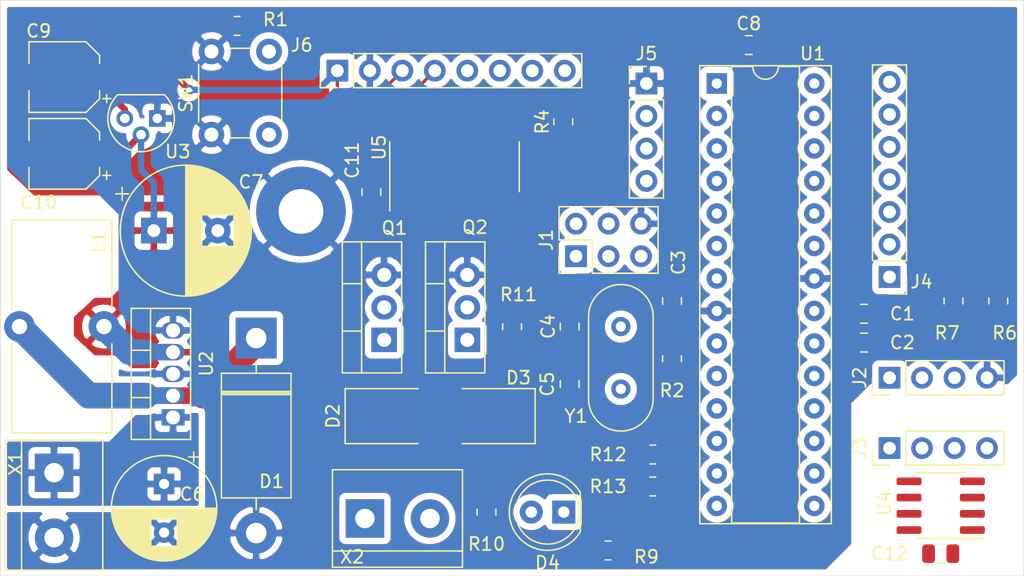
<source format=kicad_pcb>
(kicad_pcb (version 20171130) (host pcbnew "(5.1.8-0-10_14)")
  (layers (0 F.Cu signal) (31 B.Cu signal) (34 B.Paste user) (35 F.Paste user) (36 B.SilkS user) (37 F.SilkS user) (38 B.Mask user) (39 F.Mask user) (44 Edge.Cuts user))
  (net 0 "")
  (net 1 "Net-(C1-Pad1)")
  (net 2 GND)
  (net 3 VCC)
  (net 4 "Net-(C4-Pad2)")
  (net 5 "Net-(C5-Pad2)")
  (net 6 +12V)
  (net 7 NRST)
  (net 8 +3V3)
  (net 9 "Net-(D1-Pad1)")
  (net 10 "Net-(D2-Pad2)")
  (net 11 "Net-(D3-Pad2)")
  (net 12 LED)
  (net 13 "Net-(D4-Pad2)")
  (net 14 MISO)
  (net 15 SCK)
  (net 16 MOSI)
  (net 17 SCL)
  (net 18 SDA)
  (net 19 KEYPAD_C0)
  (net 20 KEYPAD_C1)
  (net 21 KEYPAD_C2)
  (net 22 KEYPAD_R0)
  (net 23 KEYPAD_R1)
  (net 24 KEYPAD_R2)
  (net 25 KEYPAD_R3)
  (net 26 RXD)
  (net 27 TXD)
  (net 28 /LCD_SCE)
  (net 29 /LCD_NRST)
  (net 30 /LCD_DC)
  (net 31 /LCD_DI)
  (net 32 /LCD_SCK)
  (net 33 /LCD_LED)
  (net 34 "Net-(Q1-Pad1)")
  (net 35 "Net-(Q2-Pad1)")
  (net 36 LCD_LED_5V)
  (net 37 OUT2)
  (net 38 OUT1)
  (net 39 LCD_SCE_5V)
  (net 40 LCD_DC_5V)
  (module Capacitor_SMD:C_0805_2012Metric (layer F.Cu) (at 167.5 104.5)
    (fp_text reference C1 (at 3 0) (layer F.SilkS))
    (fp_text value 100nF hide)
    (pad 2 smd roundrect (at 0.95 0) (size 1 1.45) (layers F.Cu F.Paste F.Mask) (net 2 GND))
    (pad 1 smd roundrect (at -0.95 0) (size 1 1.45) (layers F.Cu F.Paste F.Mask) (net 1 "Net-(C1-Pad1)"))
  )
  (module Capacitor_SMD:C_0805_2012Metric (layer F.Cu) (at 167.5 106.75)
    (fp_text reference C2 (at 3 0) (layer F.SilkS))
    (fp_text value 100nF hide)
    (pad 2 smd roundrect (at 0.95 0) (size 1 1.45) (layers F.Cu F.Paste F.Mask) (net 2 GND))
    (pad 1 smd roundrect (at -0.95 0) (size 1 1.45) (layers F.Cu F.Paste F.Mask) (net 3 VCC))
  )
  (module Capacitor_SMD:C_0805_2012Metric (layer F.Cu) (at 152.5 103.5 270)
    (fp_text reference C3 (at -3 -0.5 90) (layer F.SilkS))
    (fp_text value 100nF hide)
    (pad 1 smd roundrect (at -0.95 0 270) (size 1 1.45) (layers F.Cu F.Paste F.Mask) (net 3 VCC))
    (pad 2 smd roundrect (at 0.95 0 270) (size 1 1.45) (layers F.Cu F.Paste F.Mask) (net 2 GND))
  )
  (module Capacitor_SMD:C_0805_2012Metric (layer F.Cu) (at 144.5 105.5 90)
    (fp_text reference C4 (at 0 -1.68 90) (layer F.SilkS))
    (fp_text value 15pF hide)
    (pad 2 smd roundrect (at 0.95 0 90) (size 1 1.45) (layers F.Cu F.Paste F.Mask) (net 4 "Net-(C4-Pad2)"))
    (pad 1 smd roundrect (at -0.95 0 90) (size 1 1.45) (layers F.Cu F.Paste F.Mask) (net 2 GND))
  )
  (module Capacitor_SMD:C_0805_2012Metric (layer F.Cu) (at 144.5 110 270)
    (fp_text reference C5 (at 0 1.75 90) (layer F.SilkS))
    (fp_text value 15pF hide)
    (pad 1 smd roundrect (at -0.95 0 270) (size 1 1.45) (layers F.Cu F.Paste F.Mask) (net 2 GND))
    (pad 2 smd roundrect (at 0.95 0 270) (size 1 1.45) (layers F.Cu F.Paste F.Mask) (net 5 "Net-(C5-Pad2)"))
  )
  (module Capacitor_THT:CP_Radial_D8.0mm_P3.80mm (layer F.Cu) (at 112.8 117.8 270)
    (fp_text reference C6 (at 0.8 -2.2 180) (layer F.SilkS))
    (fp_text value 100uF hide)
    (pad 2 thru_hole circle (at 3.8 0 270) (size 1.6 1.6) (drill 0.8) (layers *.Cu *.Mask) (net 2 GND))
    (pad 1 thru_hole rect (at 0 0 270) (size 1.6 1.6) (drill 0.8) (layers *.Cu *.Mask) (net 6 +12V))
  )
  (module Capacitor_THT:CP_Radial_D10.0mm_P5.00mm (layer F.Cu) (at 112 98)
    (fp_text reference C7 (at 7.6 -3.8) (layer F.SilkS))
    (fp_text value 1000uF hide)
    (pad 2 thru_hole circle (at 5 0) (size 2 2) (drill 1) (layers *.Cu *.Mask) (net 2 GND))
    (pad 1 thru_hole rect (at 0 0) (size 2 2) (drill 1) (layers *.Cu *.Mask) (net 3 VCC))
  )
  (module Capacitor_SMD:C_0805_2012Metric (layer F.Cu) (at 158.5 83.5)
    (fp_text reference C8 (at 0 -1.68) (layer F.SilkS))
    (fp_text value 100nF hide)
    (pad 1 smd roundrect (at -0.95 0) (size 1 1.45) (layers F.Cu F.Paste F.Mask) (net 2 GND))
    (pad 2 smd roundrect (at 0.95 0) (size 1 1.45) (layers F.Cu F.Paste F.Mask) (net 7 NRST))
  )
  (module Capacitor_SMD:CP_Elec_5x5.4 (layer F.Cu) (at 105 86 180)
    (fp_text reference C9 (at 2 3.6) (layer F.SilkS))
    (fp_text value 10uF hide)
    (pad 1 smd roundrect (at -2.2 0 180) (size 3 1.6) (layers F.Cu F.Paste F.Mask) (roundrect_rratio 0.15625) (net 8 +3V3))
    (pad 2 smd roundrect (at 2.2 0 180) (size 3 1.6) (layers F.Cu F.Paste F.Mask) (roundrect_rratio 0.15625) (net 2 GND))
  )
  (module Capacitor_SMD:CP_Elec_5x5.4 (layer F.Cu) (at 105 92 180)
    (fp_text reference C10 (at 2 -3.8) (layer F.SilkS))
    (fp_text value 10uF hide)
    (pad 2 smd roundrect (at 2.2 0 180) (size 3 1.6) (layers F.Cu F.Paste F.Mask) (roundrect_rratio 0.15625) (net 2 GND))
    (pad 1 smd roundrect (at -2.2 0 180) (size 3 1.6) (layers F.Cu F.Paste F.Mask) (roundrect_rratio 0.15625) (net 3 VCC))
  )
  (module Capacitor_SMD:C_0805_2012Metric (layer F.Cu) (at 129 95 270)
    (fp_text reference C11 (at -2.5 1.5 90) (layer F.SilkS))
    (fp_text value 100nF hide)
    (pad 2 smd roundrect (at 0.95 0 270) (size 1 1.45) (layers F.Cu F.Paste F.Mask) (net 2 GND))
    (pad 1 smd roundrect (at -0.95 0 270) (size 1 1.45) (layers F.Cu F.Paste F.Mask) (net 8 +3V3))
  )
  (module Capacitor_SMD:C_0805_2012Metric (layer F.Cu) (at 173.5 123.25)
    (fp_text reference C12 (at -4 0) (layer F.SilkS))
    (fp_text value 100nF hide)
    (pad 1 smd roundrect (at -0.95 0) (size 1 1.45) (layers F.Cu F.Paste F.Mask) (net 3 VCC))
    (pad 2 smd roundrect (at 0.95 0) (size 1 1.45) (layers F.Cu F.Paste F.Mask) (net 2 GND))
  )
  (module Diode_THT:D_DO-201AD_P15.24mm_Horizontal (layer F.Cu) (at 120 106.4 270)
    (fp_text reference D1 (at 11.2 -1.2 180) (layer F.SilkS))
    (fp_text value 1N5820 hide)
    (pad 2 thru_hole oval (at 15.24 0 270) (size 3.2 3.2) (drill 1.6) (layers *.Cu *.Mask) (net 2 GND))
    (pad 1 thru_hole rect (at 0 0 270) (size 3.2 3.2) (drill 1.6) (layers *.Cu *.Mask) (net 9 "Net-(D1-Pad1)"))
  )
  (module Diode_SMD:D_SMB (layer F.Cu) (at 130.5 112.5)
    (fp_text reference D2 (at -4.5 0 90) (layer F.SilkS))
    (fp_text value SS210 hide)
    (pad 2 smd rect (at 2.15 0) (size 2.5 2.3) (layers F.Cu F.Paste F.Mask) (net 10 "Net-(D2-Pad2)"))
    (pad 1 smd rect (at -2.15 0) (size 2.5 2.3) (layers F.Cu F.Paste F.Mask) (net 6 +12V))
  )
  (module Diode_SMD:D_SMB (layer F.Cu) (at 138.25 112.5 180)
    (fp_text reference D3 (at -2.25 3) (layer F.SilkS))
    (fp_text value SS210 hide)
    (pad 1 smd rect (at -2.15 0 180) (size 2.5 2.3) (layers F.Cu F.Paste F.Mask) (net 6 +12V))
    (pad 2 smd rect (at 2.15 0 180) (size 2.5 2.3) (layers F.Cu F.Paste F.Mask) (net 11 "Net-(D3-Pad2)"))
  )
  (module LED_THT:LED_D5.0mm (layer F.Cu) (at 144.04 120 180)
    (fp_text reference D4 (at 1.27 -3.96) (layer F.SilkS))
    (fp_text value LED hide)
    (pad 2 thru_hole circle (at 2.54 0 180) (size 1.8 1.8) (drill 0.9) (layers *.Cu *.Mask) (net 13 "Net-(D4-Pad2)"))
    (pad 1 thru_hole rect (at 0 0 180) (size 1.8 1.8) (drill 0.9) (layers *.Cu *.Mask) (net 12 LED))
  )
  (module MountingHole:MountingHole_3.5mm_Pad (layer F.Cu) (at 123.5 96.5)
    (fp_text reference H1 hide)
    (fp_text value MountingHole_Pad hide)
    (pad 1 thru_hole circle (at 0 0) (size 7 7) (drill 3.5) (layers *.Cu *.Mask) (net 2 GND))
  )
  (module Connector_PinHeader_2.54mm:PinHeader_2x03_P2.54mm_Vertical (layer F.Cu) (at 145 100 90)
    (fp_text reference J1 (at 1.27 -2.33 90) (layer F.SilkS))
    (fp_text value AVR-ISP-6 hide)
    (pad 6 thru_hole oval (at 2.54 5.08 90) (size 1.7 1.7) (drill 1) (layers *.Cu *.Mask) (net 2 GND))
    (pad 5 thru_hole oval (at 0 5.08 90) (size 1.7 1.7) (drill 1) (layers *.Cu *.Mask) (net 7 NRST))
    (pad 4 thru_hole oval (at 2.54 2.54 90) (size 1.7 1.7) (drill 1) (layers *.Cu *.Mask) (net 16 MOSI))
    (pad 3 thru_hole oval (at 0 2.54 90) (size 1.7 1.7) (drill 1) (layers *.Cu *.Mask) (net 15 SCK))
    (pad 2 thru_hole oval (at 2.54 0 90) (size 1.7 1.7) (drill 1) (layers *.Cu *.Mask) (net 3 VCC))
    (pad 1 thru_hole rect (at 0 0 90) (size 1.7 1.7) (drill 1) (layers *.Cu *.Mask) (net 14 MISO))
  )
  (module Connector_PinHeader_2.54mm:PinHeader_1x04_P2.54mm_Vertical (layer F.Cu) (at 169.5 109.5 90)
    (fp_text reference J2 (at 0 -2.33 90) (layer F.SilkS))
    (fp_text value Conn_01x04 hide)
    (pad 1 thru_hole rect (at 0 0 90) (size 1.7 1.7) (drill 1) (layers *.Cu *.Mask) (net 3 VCC))
    (pad 2 thru_hole oval (at 0 2.54 90) (size 1.7 1.7) (drill 1) (layers *.Cu *.Mask) (net 18 SDA))
    (pad 3 thru_hole oval (at 0 5.08 90) (size 1.7 1.7) (drill 1) (layers *.Cu *.Mask) (net 17 SCL))
    (pad 4 thru_hole oval (at 0 7.62 90) (size 1.7 1.7) (drill 1) (layers *.Cu *.Mask) (net 2 GND))
  )
  (module Connector_PinHeader_2.54mm:PinHeader_1x04_P2.54mm_Vertical (layer F.Cu) (at 169.5 115 90)
    (fp_text reference J3 (at 0 -2.33 90) (layer F.SilkS))
    (fp_text value Conn_01x04 hide)
    (pad 4 thru_hole oval (at 0 7.62 90) (size 1.7 1.7) (drill 1) (layers *.Cu *.Mask) (net 2 GND))
    (pad 3 thru_hole oval (at 0 5.08 90) (size 1.7 1.7) (drill 1) (layers *.Cu *.Mask) (net 17 SCL))
    (pad 2 thru_hole oval (at 0 2.54 90) (size 1.7 1.7) (drill 1) (layers *.Cu *.Mask) (net 18 SDA))
    (pad 1 thru_hole rect (at 0 0 90) (size 1.7 1.7) (drill 1) (layers *.Cu *.Mask) (net 3 VCC))
  )
  (module Connector_PinHeader_2.54mm:PinHeader_1x07_P2.54mm_Vertical (layer F.Cu) (at 169.5 101.62 180)
    (fp_text reference J4 (at -2.5 -0.38) (layer F.SilkS))
    (fp_text value Conn_01x07 hide)
    (pad 7 thru_hole oval (at 0 15.24 180) (size 1.7 1.7) (drill 1) (layers *.Cu *.Mask) (net 25 KEYPAD_R3))
    (pad 6 thru_hole oval (at 0 12.7 180) (size 1.7 1.7) (drill 1) (layers *.Cu *.Mask) (net 24 KEYPAD_R2))
    (pad 5 thru_hole oval (at 0 10.16 180) (size 1.7 1.7) (drill 1) (layers *.Cu *.Mask) (net 23 KEYPAD_R1))
    (pad 4 thru_hole oval (at 0 7.62 180) (size 1.7 1.7) (drill 1) (layers *.Cu *.Mask) (net 22 KEYPAD_R0))
    (pad 3 thru_hole oval (at 0 5.08 180) (size 1.7 1.7) (drill 1) (layers *.Cu *.Mask) (net 21 KEYPAD_C2))
    (pad 2 thru_hole oval (at 0 2.54 180) (size 1.7 1.7) (drill 1) (layers *.Cu *.Mask) (net 20 KEYPAD_C1))
    (pad 1 thru_hole rect (at 0 0 180) (size 1.7 1.7) (drill 1) (layers *.Cu *.Mask) (net 19 KEYPAD_C0))
  )
  (module Connector_PinHeader_2.54mm:PinHeader_1x04_P2.54mm_Vertical (layer F.Cu) (at 150.5 86.5)
    (fp_text reference J5 (at 0 -2.33) (layer F.SilkS))
    (fp_text value Conn_01x04 hide)
    (pad 4 thru_hole oval (at 0 7.62) (size 1.7 1.7) (drill 1) (layers *.Cu *.Mask) (net 3 VCC))
    (pad 3 thru_hole oval (at 0 5.08) (size 1.7 1.7) (drill 1) (layers *.Cu *.Mask) (net 27 TXD))
    (pad 2 thru_hole oval (at 0 2.54) (size 1.7 1.7) (drill 1) (layers *.Cu *.Mask) (net 26 RXD))
    (pad 1 thru_hole rect (at 0 0) (size 1.7 1.7) (drill 1) (layers *.Cu *.Mask) (net 2 GND))
  )
  (module Connector_PinHeader_2.54mm:PinHeader_1x08_P2.54mm_Vertical (layer F.Cu) (at 126.34 85.5 90)
    (fp_text reference J6 (at 2 -2.78 180) (layer F.SilkS))
    (fp_text value Conn_01x08 hide)
    (pad 8 thru_hole oval (at 0 17.78 90) (size 1.7 1.7) (drill 1) (layers *.Cu *.Mask) (net 33 /LCD_LED))
    (pad 7 thru_hole oval (at 0 15.24 90) (size 1.7 1.7) (drill 1) (layers *.Cu *.Mask) (net 32 /LCD_SCK))
    (pad 6 thru_hole oval (at 0 12.7 90) (size 1.7 1.7) (drill 1) (layers *.Cu *.Mask) (net 31 /LCD_DI))
    (pad 5 thru_hole oval (at 0 10.16 90) (size 1.7 1.7) (drill 1) (layers *.Cu *.Mask) (net 30 /LCD_DC))
    (pad 4 thru_hole oval (at 0 7.62 90) (size 1.7 1.7) (drill 1) (layers *.Cu *.Mask) (net 29 /LCD_NRST))
    (pad 3 thru_hole oval (at 0 5.08 90) (size 1.7 1.7) (drill 1) (layers *.Cu *.Mask) (net 28 /LCD_SCE))
    (pad 2 thru_hole oval (at 0 2.54 90) (size 1.7 1.7) (drill 1) (layers *.Cu *.Mask) (net 2 GND))
    (pad 1 thru_hole rect (at 0 0 90) (size 1.7 1.7) (drill 1) (layers *.Cu *.Mask) (net 8 +3V3))
  )
  (module Inductor_THT:L_Toroid_Vertical_L16.4mm_W7.6mm_P6.60mm_Vishay_TJ3 (layer F.Cu) (at 101.5 105.5 90)
    (fp_text reference L1 (at 6.6 6.2 90) (layer F.SilkS))
    (fp_text value 100uH hide)
    (pad 2 thru_hole circle (at 0 6.6 90) (size 2.4 2.4) (drill 1.2) (layers *.Cu *.Mask) (net 3 VCC))
    (pad 1 thru_hole circle (at 0 0 90) (size 2.4 2.4) (drill 1.2) (layers *.Cu *.Mask) (net 9 "Net-(D1-Pad1)"))
  )
  (module Package_TO_SOT_THT:TO-220-3_Vertical (layer F.Cu) (at 130 106.54 90)
    (fp_text reference Q1 (at 8.74 0.8 180) (layer F.SilkS))
    (fp_text value IRLZ34N hide)
    (pad 1 thru_hole rect (at 0 0 90) (size 1.905 2) (drill 1.1) (layers *.Cu *.Mask) (net 34 "Net-(Q1-Pad1)"))
    (pad 2 thru_hole oval (at 2.54 0 90) (size 1.905 2) (drill 1.1) (layers *.Cu *.Mask) (net 10 "Net-(D2-Pad2)"))
    (pad 3 thru_hole oval (at 5.08 0 90) (size 1.905 2) (drill 1.1) (layers *.Cu *.Mask) (net 2 GND))
  )
  (module Package_TO_SOT_THT:TO-220-3_Vertical (layer F.Cu) (at 136.5 106.54 90)
    (fp_text reference Q2 (at 8.8 0.6 180) (layer F.SilkS))
    (fp_text value IRLZ34N hide)
    (pad 3 thru_hole oval (at 5.08 0 90) (size 1.905 2) (drill 1.1) (layers *.Cu *.Mask) (net 2 GND))
    (pad 2 thru_hole oval (at 2.54 0 90) (size 1.905 2) (drill 1.1) (layers *.Cu *.Mask) (net 11 "Net-(D3-Pad2)"))
    (pad 1 thru_hole rect (at 0 0 90) (size 1.905 2) (drill 1.1) (layers *.Cu *.Mask) (net 35 "Net-(Q2-Pad1)"))
  )
  (module Resistor_SMD:R_0805_2012Metric (layer F.Cu) (at 118.5 82)
    (fp_text reference R1 (at 3 -0.5) (layer F.SilkS))
    (fp_text value 1M hide)
    (pad 1 smd roundrect (at -0.9125 0) (size 1.025 1.4) (layers F.Cu F.Paste F.Mask) (roundrect_rratio 0.243902) (net 3 VCC))
    (pad 2 smd roundrect (at 0.9125 0) (size 1.025 1.4) (layers F.Cu F.Paste F.Mask) (roundrect_rratio 0.243902) (net 7 NRST))
  )
  (module Resistor_SMD:R_0805_2012Metric (layer F.Cu) (at 152.5 108 270)
    (fp_text reference R2 (at 2.5 0 180) (layer F.SilkS))
    (fp_text value 1M hide)
    (pad 1 smd roundrect (at -0.9125 0 270) (size 1.025 1.4) (layers F.Cu F.Paste F.Mask) (roundrect_rratio 0.243902) (net 4 "Net-(C4-Pad2)"))
    (pad 2 smd roundrect (at 0.9125 0 270) (size 1.025 1.4) (layers F.Cu F.Paste F.Mask) (roundrect_rratio 0.243902) (net 5 "Net-(C5-Pad2)"))
  )
  (module Resistor_SMD:R_0805_2012Metric (layer F.Cu) (at 144 89.5 90)
    (fp_text reference R4 (at 0 -1.65 90) (layer F.SilkS))
    (fp_text value 330R hide)
    (pad 1 smd roundrect (at -0.9125 0 90) (size 1.025 1.4) (layers F.Cu F.Paste F.Mask) (roundrect_rratio 0.243902) (net 36 LCD_LED_5V))
    (pad 2 smd roundrect (at 0.9125 0 90) (size 1.025 1.4) (layers F.Cu F.Paste F.Mask) (roundrect_rratio 0.243902) (net 33 /LCD_LED))
  )
  (module Resistor_SMD:R_0805_2012Metric (layer F.Cu) (at 178 103.5 90)
    (fp_text reference R6 (at -2.5 0.5 180) (layer F.SilkS))
    (fp_text value 4k7 hide)
    (pad 1 smd roundrect (at -0.9125 0 90) (size 1.025 1.4) (layers F.Cu F.Paste F.Mask) (roundrect_rratio 0.243902) (net 3 VCC))
    (pad 2 smd roundrect (at 0.9125 0 90) (size 1.025 1.4) (layers F.Cu F.Paste F.Mask) (roundrect_rratio 0.243902) (net 17 SCL))
  )
  (module Resistor_SMD:R_0805_2012Metric (layer F.Cu) (at 174.5 103.5 90)
    (fp_text reference R7 (at -2.5 -0.5 180) (layer F.SilkS))
    (fp_text value 4k7 hide)
    (pad 2 smd roundrect (at 0.9125 0 90) (size 1.025 1.4) (layers F.Cu F.Paste F.Mask) (roundrect_rratio 0.243902) (net 18 SDA))
    (pad 1 smd roundrect (at -0.9125 0 90) (size 1.025 1.4) (layers F.Cu F.Paste F.Mask) (roundrect_rratio 0.243902) (net 3 VCC))
  )
  (module Resistor_SMD:R_0805_2012Metric (layer F.Cu) (at 147.5 123)
    (fp_text reference R9 (at 3 0.5) (layer F.SilkS))
    (fp_text value 330R hide)
    (pad 2 smd roundrect (at 0.9125 0) (size 1.025 1.4) (layers F.Cu F.Paste F.Mask) (roundrect_rratio 0.243902) (net 3 VCC))
    (pad 1 smd roundrect (at -0.9125 0) (size 1.025 1.4) (layers F.Cu F.Paste F.Mask) (roundrect_rratio 0.243902) (net 13 "Net-(D4-Pad2)"))
  )
  (module Resistor_SMD:R_0805_2012Metric (layer F.Cu) (at 138 120 270)
    (fp_text reference R10 (at 2.5 0 180) (layer F.SilkS))
    (fp_text value 10k hide)
    (pad 2 smd roundrect (at 0.9125 0 270) (size 1.025 1.4) (layers F.Cu F.Paste F.Mask) (roundrect_rratio 0.243902) (net 2 GND))
    (pad 1 smd roundrect (at -0.9125 0 270) (size 1.025 1.4) (layers F.Cu F.Paste F.Mask) (roundrect_rratio 0.243902) (net 34 "Net-(Q1-Pad1)"))
  )
  (module Resistor_SMD:R_0805_2012Metric (layer F.Cu) (at 140 105.5 90)
    (fp_text reference R11 (at 2.5 0.5 180) (layer F.SilkS))
    (fp_text value 10k hide)
    (pad 1 smd roundrect (at -0.9125 0 90) (size 1.025 1.4) (layers F.Cu F.Paste F.Mask) (roundrect_rratio 0.243902) (net 35 "Net-(Q2-Pad1)"))
    (pad 2 smd roundrect (at 0.9125 0 90) (size 1.025 1.4) (layers F.Cu F.Paste F.Mask) (roundrect_rratio 0.243902) (net 2 GND))
  )
  (module Resistor_SMD:R_0805_2012Metric (layer F.Cu) (at 151 115.5)
    (fp_text reference R12 (at -3.5 0) (layer F.SilkS))
    (fp_text value 330R hide)
    (pad 2 smd roundrect (at 0.9125 0) (size 1.025 1.4) (layers F.Cu F.Paste F.Mask) (roundrect_rratio 0.243902) (net 37 OUT2))
    (pad 1 smd roundrect (at -0.9125 0) (size 1.025 1.4) (layers F.Cu F.Paste F.Mask) (roundrect_rratio 0.243902) (net 35 "Net-(Q2-Pad1)"))
  )
  (module Resistor_SMD:R_0805_2012Metric (layer F.Cu) (at 151 118)
    (fp_text reference R13 (at -3.5 0) (layer F.SilkS))
    (fp_text value 330R hide)
    (pad 2 smd roundrect (at 0.9125 0) (size 1.025 1.4) (layers F.Cu F.Paste F.Mask) (roundrect_rratio 0.243902) (net 38 OUT1))
    (pad 1 smd roundrect (at -0.9125 0) (size 1.025 1.4) (layers F.Cu F.Paste F.Mask) (roundrect_rratio 0.243902) (net 34 "Net-(Q1-Pad1)"))
  )
  (module Button_Switch_THT:SW_PUSH_6mm (layer F.Cu) (at 116.5 90.5 90)
    (fp_text reference SW1 (at 3.25 -2 90) (layer F.SilkS))
    (fp_text value RESET)
    (pad 1 thru_hole circle (at 6.5 0 180) (size 2 2) (drill 1.1) (layers *.Cu *.Mask) (net 2 GND))
    (pad 2 thru_hole circle (at 6.5 4.5 180) (size 2 2) (drill 1.1) (layers *.Cu *.Mask) (net 7 NRST))
    (pad 1 thru_hole circle (at 0 0 180) (size 2 2) (drill 1.1) (layers *.Cu *.Mask) (net 2 GND))
    (pad 2 thru_hole circle (at 0 4.5 180) (size 2 2) (drill 1.1) (layers *.Cu *.Mask) (net 7 NRST))
  )
  (module Package_DIP:DIP-28_W7.62mm_Socket (layer F.Cu) (at 156 86.5)
    (fp_text reference U1 (at 7.5 -2.33) (layer F.SilkS))
    (fp_text value ATmega328P-PU hide)
    (pad 28 thru_hole oval (at 7.62 0) (size 1.6 1.6) (drill 0.8) (layers *.Cu *.Mask) (net 17 SCL))
    (pad 14 thru_hole oval (at 0 33.02) (size 1.6 1.6) (drill 0.8) (layers *.Cu *.Mask) (net 38 OUT1))
    (pad 27 thru_hole oval (at 7.62 2.54) (size 1.6 1.6) (drill 0.8) (layers *.Cu *.Mask) (net 18 SDA))
    (pad 13 thru_hole oval (at 0 30.48) (size 1.6 1.6) (drill 0.8) (layers *.Cu *.Mask) (net 20 KEYPAD_C1))
    (pad 26 thru_hole oval (at 7.62 5.08) (size 1.6 1.6) (drill 0.8) (layers *.Cu *.Mask) (net 25 KEYPAD_R3))
    (pad 12 thru_hole oval (at 0 27.94) (size 1.6 1.6) (drill 0.8) (layers *.Cu *.Mask) (net 12 LED))
    (pad 25 thru_hole oval (at 7.62 7.62) (size 1.6 1.6) (drill 0.8) (layers *.Cu *.Mask) (net 24 KEYPAD_R2))
    (pad 11 thru_hole oval (at 0 25.4) (size 1.6 1.6) (drill 0.8) (layers *.Cu *.Mask) (net 36 LCD_LED_5V))
    (pad 24 thru_hole oval (at 7.62 10.16) (size 1.6 1.6) (drill 0.8) (layers *.Cu *.Mask) (net 23 KEYPAD_R1))
    (pad 10 thru_hole oval (at 0 22.86) (size 1.6 1.6) (drill 0.8) (layers *.Cu *.Mask) (net 5 "Net-(C5-Pad2)"))
    (pad 23 thru_hole oval (at 7.62 12.7) (size 1.6 1.6) (drill 0.8) (layers *.Cu *.Mask) (net 22 KEYPAD_R0))
    (pad 9 thru_hole oval (at 0 20.32) (size 1.6 1.6) (drill 0.8) (layers *.Cu *.Mask) (net 4 "Net-(C4-Pad2)"))
    (pad 22 thru_hole oval (at 7.62 15.24) (size 1.6 1.6) (drill 0.8) (layers *.Cu *.Mask) (net 2 GND))
    (pad 8 thru_hole oval (at 0 17.78) (size 1.6 1.6) (drill 0.8) (layers *.Cu *.Mask) (net 2 GND))
    (pad 21 thru_hole oval (at 7.62 17.78) (size 1.6 1.6) (drill 0.8) (layers *.Cu *.Mask) (net 1 "Net-(C1-Pad1)"))
    (pad 7 thru_hole oval (at 0 15.24) (size 1.6 1.6) (drill 0.8) (layers *.Cu *.Mask) (net 3 VCC))
    (pad 20 thru_hole oval (at 7.62 20.32) (size 1.6 1.6) (drill 0.8) (layers *.Cu *.Mask) (net 3 VCC))
    (pad 6 thru_hole oval (at 0 12.7) (size 1.6 1.6) (drill 0.8) (layers *.Cu *.Mask) (net 37 OUT2))
    (pad 19 thru_hole oval (at 7.62 22.86) (size 1.6 1.6) (drill 0.8) (layers *.Cu *.Mask) (net 15 SCK))
    (pad 5 thru_hole oval (at 0 10.16) (size 1.6 1.6) (drill 0.8) (layers *.Cu *.Mask) (net 21 KEYPAD_C2))
    (pad 18 thru_hole oval (at 7.62 25.4) (size 1.6 1.6) (drill 0.8) (layers *.Cu *.Mask) (net 14 MISO))
    (pad 4 thru_hole oval (at 0 7.62) (size 1.6 1.6) (drill 0.8) (layers *.Cu *.Mask) (net 40 LCD_DC_5V))
    (pad 17 thru_hole oval (at 7.62 27.94) (size 1.6 1.6) (drill 0.8) (layers *.Cu *.Mask) (net 16 MOSI))
    (pad 3 thru_hole oval (at 0 5.08) (size 1.6 1.6) (drill 0.8) (layers *.Cu *.Mask) (net 27 TXD))
    (pad 16 thru_hole oval (at 7.62 30.48) (size 1.6 1.6) (drill 0.8) (layers *.Cu *.Mask) (net 39 LCD_SCE_5V))
    (pad 2 thru_hole oval (at 0 2.54) (size 1.6 1.6) (drill 0.8) (layers *.Cu *.Mask) (net 26 RXD))
    (pad 15 thru_hole oval (at 7.62 33.02) (size 1.6 1.6) (drill 0.8) (layers *.Cu *.Mask) (net 19 KEYPAD_C0))
    (pad 1 thru_hole rect (at 0 0) (size 1.6 1.6) (drill 0.8) (layers *.Cu *.Mask) (net 7 NRST))
  )
  (module Package_TO_SOT_THT:TO-220-5_Vertical (layer F.Cu) (at 113.5 112.6 90)
    (fp_text reference U2 (at 4.2 2.6 90) (layer F.SilkS))
    (fp_text value LM2576HVT-5 hide)
    (pad 5 thru_hole oval (at 6.8 0 90) (size 1.275 1.8) (drill 1.1) (layers *.Cu *.Mask) (net 2 GND))
    (pad 4 thru_hole oval (at 5.1 0 90) (size 1.275 1.8) (drill 1.1) (layers *.Cu *.Mask) (net 3 VCC))
    (pad 3 thru_hole oval (at 3.4 0 90) (size 1.275 1.8) (drill 1.1) (layers *.Cu *.Mask) (net 2 GND))
    (pad 2 thru_hole oval (at 1.7 0 90) (size 1.275 1.8) (drill 1.1) (layers *.Cu *.Mask) (net 9 "Net-(D1-Pad1)"))
    (pad 1 thru_hole rect (at 0 0 90) (size 1.275 1.8) (drill 1.1) (layers *.Cu *.Mask) (net 6 +12V))
  )
  (module Package_TO_SOT_THT:TO-92 (layer F.Cu) (at 112.27 89.23 180)
    (fp_text reference U3 (at -1.6 -2.6) (layer F.SilkS))
    (fp_text value HT7533 hide)
    (pad 1 thru_hole rect (at 0 0 180) (size 1.3 1.3) (drill 0.75) (layers *.Cu *.Mask) (net 2 GND))
    (pad 3 thru_hole circle (at 2.54 0 180) (size 1.3 1.3) (drill 0.75) (layers *.Cu *.Mask) (net 8 +3V3))
    (pad 2 thru_hole circle (at 1.27 -1.27 180) (size 1.3 1.3) (drill 0.75) (layers *.Cu *.Mask) (net 3 VCC))
  )
  (module Package_SO:SOIC-8_3.9x4.9mm_P1.27mm (layer F.Cu) (at 173.5 119.5 180)
    (fp_text reference U4 (at 4.4 0.2 90) (layer F.SilkS))
    (fp_text value LM75C hide)
    (pad 8 smd roundrect (at 2.475 -1.905 180) (size 1.95 0.6) (layers F.Cu F.Paste F.Mask) (net 3 VCC))
    (pad 7 smd roundrect (at 2.475 -0.635 180) (size 1.95 0.6) (layers F.Cu F.Paste F.Mask) (net 3 VCC))
    (pad 6 smd roundrect (at 2.475 0.635 180) (size 1.95 0.6) (layers F.Cu F.Paste F.Mask) (net 3 VCC))
    (pad 5 smd roundrect (at 2.475 1.905 180) (size 1.95 0.6) (layers F.Cu F.Paste F.Mask) (net 3 VCC))
    (pad 4 smd roundrect (at -2.475 1.905 180) (size 1.95 0.6) (layers F.Cu F.Paste F.Mask) (net 2 GND))
    (pad 3 smd roundrect (at -2.475 0.635 180) (size 1.95 0.6) (layers F.Cu F.Paste F.Mask))
    (pad 2 smd roundrect (at -2.475 -0.635 180) (size 1.95 0.6) (layers F.Cu F.Paste F.Mask) (net 17 SCL))
    (pad 1 smd roundrect (at -2.475 -1.905 180) (size 1.95 0.6) (layers F.Cu F.Paste F.Mask) (net 18 SDA))
  )
  (module Package_SO:SOIC-16_3.9x9.9mm_P1.27mm (layer F.Cu) (at 135.5 93 90)
    (fp_text reference U5 (at 1.5 -5.9 90) (layer F.SilkS))
    (fp_text value 4050 hide)
    (pad 16 smd roundrect (at 2.475 -4.445 90) (size 1.95 0.6) (layers F.Cu F.Paste F.Mask))
    (pad 15 smd roundrect (at 2.475 -3.175 90) (size 1.95 0.6) (layers F.Cu F.Paste F.Mask) (net 30 /LCD_DC))
    (pad 14 smd roundrect (at 2.475 -1.905 90) (size 1.95 0.6) (layers F.Cu F.Paste F.Mask) (net 40 LCD_DC_5V))
    (pad 13 smd roundrect (at 2.475 -0.635 90) (size 1.95 0.6) (layers F.Cu F.Paste F.Mask))
    (pad 12 smd roundrect (at 2.475 0.635 90) (size 1.95 0.6) (layers F.Cu F.Paste F.Mask) (net 31 /LCD_DI))
    (pad 11 smd roundrect (at 2.475 1.905 90) (size 1.95 0.6) (layers F.Cu F.Paste F.Mask) (net 16 MOSI))
    (pad 10 smd roundrect (at 2.475 3.175 90) (size 1.95 0.6) (layers F.Cu F.Paste F.Mask) (net 32 /LCD_SCK))
    (pad 9 smd roundrect (at 2.475 4.445 90) (size 1.95 0.6) (layers F.Cu F.Paste F.Mask) (net 15 SCK))
    (pad 8 smd roundrect (at -2.475 4.445 90) (size 1.95 0.6) (layers F.Cu F.Paste F.Mask) (net 2 GND))
    (pad 7 smd roundrect (at -2.475 3.175 90) (size 1.95 0.6) (layers F.Cu F.Paste F.Mask) (net 2 GND))
    (pad 6 smd roundrect (at -2.475 1.905 90) (size 1.95 0.6) (layers F.Cu F.Paste F.Mask))
    (pad 5 smd roundrect (at -2.475 0.635 90) (size 1.95 0.6) (layers F.Cu F.Paste F.Mask) (net 7 NRST))
    (pad 4 smd roundrect (at -2.475 -0.635 90) (size 1.95 0.6) (layers F.Cu F.Paste F.Mask) (net 29 /LCD_NRST))
    (pad 3 smd roundrect (at -2.475 -1.905 90) (size 1.95 0.6) (layers F.Cu F.Paste F.Mask) (net 39 LCD_SCE_5V))
    (pad 2 smd roundrect (at -2.475 -3.175 90) (size 1.95 0.6) (layers F.Cu F.Paste F.Mask) (net 28 /LCD_SCE))
    (pad 1 smd roundrect (at -2.475 -4.445 90) (size 1.95 0.6) (layers F.Cu F.Paste F.Mask) (net 8 +3V3))
  )
  (module TerminalBlock:TerminalBlock_bornier-2_P5.08mm (layer F.Cu) (at 104.2 116.92 270)
    (fp_text reference X1 (at -0.72 3 90) (layer F.SilkS))
    (fp_text value Screw_Terminal_01x02 hide)
    (pad 1 thru_hole rect (at 0 0 270) (size 3 3) (drill 1.52) (layers *.Cu *.Mask) (net 6 +12V))
    (pad 2 thru_hole circle (at 5.08 0 270) (size 3 3) (drill 1.52) (layers *.Cu *.Mask) (net 2 GND))
  )
  (module TerminalBlock:TerminalBlock_bornier-2_P5.08mm (layer F.Cu) (at 128.5 120.5)
    (fp_text reference X2 (at -1 3) (layer F.SilkS))
    (fp_text value Screw_Terminal_01x02 hide)
    (pad 2 thru_hole circle (at 5.08 0) (size 3 3) (drill 1.52) (layers *.Cu *.Mask) (net 11 "Net-(D3-Pad2)"))
    (pad 1 thru_hole rect (at 0 0) (size 3 3) (drill 1.52) (layers *.Cu *.Mask) (net 10 "Net-(D2-Pad2)"))
  )
  (module Crystal:Crystal_HC49-4H_Vertical (layer F.Cu) (at 148.5 105.5 270)
    (fp_text reference Y1 (at 7 3.5 180) (layer F.SilkS))
    (fp_text value 20MHz hide)
    (pad 2 thru_hole circle (at 4.88 0 270) (size 1.5 1.5) (drill 0.8) (layers *.Cu *.Mask) (net 5 "Net-(C5-Pad2)"))
    (pad 1 thru_hole circle (at 0 0 270) (size 1.5 1.5) (drill 0.8) (layers *.Cu *.Mask) (net 4 "Net-(C4-Pad2)"))
  )
  (gr_line (start 100 80) (end 100 125) (layer Edge.Cuts) (width 0.05))
  (gr_line (start 180 80) (end 100 80) (layer Edge.Cuts) (width 0.05))
  (gr_line (start 180 125) (end 180 80) (layer Edge.Cuts) (width 0.05))
  (gr_line (start 100 125) (end 180 125) (layer Edge.Cuts) (width 0.05))
  (segment (start 113.5 107.5) (end 111.25 107.5) (width 1.3) (layer B.Cu) (net 3))
  (segment (start 110.1 107.5) (end 111.25 107.5) (width 2) (layer B.Cu) (net 3))
  (segment (start 108.1 105.5) (end 110.1 107.5) (width 2) (layer B.Cu) (net 3))
  (segment (start 112 98) (end 112 94.25) (width 0.5) (layer B.Cu) (net 3))
  (segment (start 111 93.25) (end 111 90.5) (width 0.5) (layer B.Cu) (net 3))
  (segment (start 112 94.25) (end 111 93.25) (width 0.5) (layer B.Cu) (net 3))
  (segment (start 109.5 92) (end 107.2 92) (width 0.5) (layer F.Cu) (net 3))
  (segment (start 111 90.5) (end 109.5 92) (width 0.5) (layer F.Cu) (net 3))
  (segment (start 109.73 88.53) (end 107.2 86) (width 0.5) (layer F.Cu) (net 8))
  (segment (start 109.73 89.23) (end 109.73 88.53) (width 0.5) (layer F.Cu) (net 8))
  (segment (start 107.2 86) (end 109.45 83.75) (width 0.5) (layer F.Cu) (net 8))
  (segment (start 111.5 83.75) (end 114.75 87) (width 0.5) (layer F.Cu) (net 8))
  (via (at 114.75 87) (size 0.8) (drill 0.4) (layers F.Cu B.Cu) (net 8))
  (segment (start 109.45 83.75) (end 111.5 83.75) (width 0.5) (layer F.Cu) (net 8))
  (segment (start 124.84 87) (end 126.34 85.5) (width 0.5) (layer B.Cu) (net 8))
  (segment (start 114.75 87) (end 124.84 87) (width 0.5) (layer B.Cu) (net 8))
  (segment (start 126.34 85.5) (end 126.34 87.59) (width 0.25) (layer F.Cu) (net 8))
  (segment (start 129 90.25) (end 129 94.05) (width 0.25) (layer F.Cu) (net 8))
  (segment (start 126.34 87.59) (end 129 90.25) (width 0.25) (layer F.Cu) (net 8))
  (segment (start 129 94.05) (end 130.2 94.05) (width 0.25) (layer F.Cu) (net 8))
  (segment (start 131.055 94.905) (end 131.055 95.475) (width 0.25) (layer F.Cu) (net 8))
  (segment (start 130.2 94.05) (end 131.055 94.905) (width 0.25) (layer F.Cu) (net 8))
  (segment (start 113.5 110.9) (end 111.4 110.9) (width 1.3) (layer F.Cu) (net 9))
  (segment (start 106.9 110.9) (end 111.4 110.9) (width 2) (layer F.Cu) (net 9))
  (segment (start 101.5 105.5) (end 106.9 110.9) (width 2) (layer F.Cu) (net 9))
  (segment (start 113.5 110.9) (end 115.85 110.9) (width 1.3) (layer F.Cu) (net 9))
  (segment (start 120 106.75) (end 115.85 110.9) (width 2) (layer F.Cu) (net 9))
  (segment (start 120 106.4) (end 120 106.75) (width 2) (layer F.Cu) (net 9))
  (segment (start 113.5 110.9) (end 111.4 110.9) (width 1.3) (layer B.Cu) (net 9))
  (segment (start 106.9 110.9) (end 111.4 110.9) (width 2) (layer B.Cu) (net 9))
  (segment (start 101.5 105.5) (end 106.9 110.9) (width 2) (layer B.Cu) (net 9))
  (segment (start 129.75 87.17) (end 131.42 85.5) (width 0.25) (layer F.Cu) (net 28))
  (segment (start 129.5 87.42) (end 129.75 87.17) (width 0.25) (layer F.Cu) (net 28))
  (segment (start 132.325 95.475) (end 132.325 94.075) (width 0.25) (layer F.Cu) (net 28))
  (segment (start 130 93) (end 129.5 92.5) (width 0.25) (layer F.Cu) (net 28))
  (segment (start 129.5 92.5) (end 129.5 87.42) (width 0.25) (layer F.Cu) (net 28))
  (segment (start 131.25 93) (end 130 93) (width 0.25) (layer F.Cu) (net 28))
  (segment (start 132.325 94.075) (end 131.25 93) (width 0.25) (layer F.Cu) (net 28))
  (segment (start 131 87) (end 132.46 87) (width 0.25) (layer F.Cu) (net 29))
  (segment (start 130 88) (end 131 87) (width 0.25) (layer F.Cu) (net 29))
  (segment (start 130 92) (end 130 88) (width 0.25) (layer F.Cu) (net 29))
  (segment (start 134.865 94.865) (end 132.5 92.5) (width 0.25) (layer F.Cu) (net 29))
  (segment (start 130.5 92.5) (end 130 92) (width 0.25) (layer F.Cu) (net 29))
  (segment (start 132.5 92.5) (end 130.5 92.5) (width 0.25) (layer F.Cu) (net 29))
  (segment (start 132.46 87) (end 133.96 85.5) (width 0.25) (layer F.Cu) (net 29))
  (segment (start 134.865 95.475) (end 134.865 94.865) (width 0.25) (layer F.Cu) (net 29))
  (zone (net 6) (net_name +12V) (layer F.Cu) (priority 1) (connect_pads (clearance 0.508)) (min_thickness 0.254) (fill yes (arc_segments 32) (thermal_gap 0.508) (thermal_bridge_width 0.508))
    (polygon (pts (xy 115.5 119.5) (xy 100 119.5) (xy 100 114.5) (xy 108.5 114.5) (xy 110.75 112.25) (xy 115.5 112.25)))
  )
  (zone (net 6) (net_name +12V) (layer B.Cu) (priority 1) (connect_pads (clearance 0.508)) (min_thickness 0.254) (fill yes (arc_segments 32) (thermal_gap 0.508) (thermal_bridge_width 0.508))
    (polygon (pts (xy 115.5 119.5) (xy 100 119.5) (xy 100 114.5) (xy 108.5 114.5) (xy 110.75 112.25) (xy 115.5 112.25)))
  )
  (zone (net 3) (net_name VCC) (layer F.Cu) (priority 1) (connect_pads (clearance 0.508)) (min_thickness 0.254) (fill yes (arc_segments 32) (thermal_gap 0.508) (thermal_bridge_width 0.508))
    (polygon (pts (xy 114.5 100) (xy 115.5 101) (xy 117.5 101) (xy 118 101.5) (xy 118 104) (xy 117 105) (xy 117 107) (xy 115.25 108.75) (xy 110.25 108.75) (xy 109.125 107.75) (xy 107.375 107.75) (xy 105.75 106.25) (xy 105.75 104.75) (xy 107.375 103.25) (xy 108.625 103.25) (xy 109.25 102.625) (xy 109.25 97) (xy 110.5 95.75) (xy 113.25 95.75) (xy 114.5 97)))
  )
  (zone (net 2) (net_name GND) (layer B.Cu) (connect_pads (clearance 0.508)) (min_thickness 0.254) (fill yes (arc_segments 32) (thermal_gap 0.508) (thermal_bridge_width 0.508))
    (polygon (pts (xy 166.5 111.5) (xy 166.5 122.5) (xy 164 125) (xy 100 125) (xy 100 119.75) (xy 109.25 119.75) (xy 109.25 96.75) (xy 107.25 94.75) (xy 102.25 94.75) (xy 100 92.5) (xy 100 80) (xy 180 80) (xy 180 108.75) (xy 178.75 110) (xy 168 110)))
  )
  (zone (net 2) (net_name GND) (layer F.Cu) (connect_pads (clearance 0.508)) (min_thickness 0.254) (fill yes (arc_segments 32) (thermal_gap 0.508) (thermal_bridge_width 0.508))
    (polygon (pts (xy 180 108.75) (xy 178.75 110) (xy 168 110) (xy 166.5 111.5) (xy 166.5 122.5) (xy 164 125) (xy 100 125) (xy 100 119.75) (xy 116.25 119.75) (xy 116.25 109.25) (xy 118.75 106.75) (xy 118.75 101.5) (xy 117.5 100.25) (xy 116 100.25) (xy 115 99.25) (xy 115 96.5) (xy 113.75 95.25) (xy 102.625 95.25) (xy 100 92.75) (xy 100 80) (xy 180 80)))
  )
)
</source>
